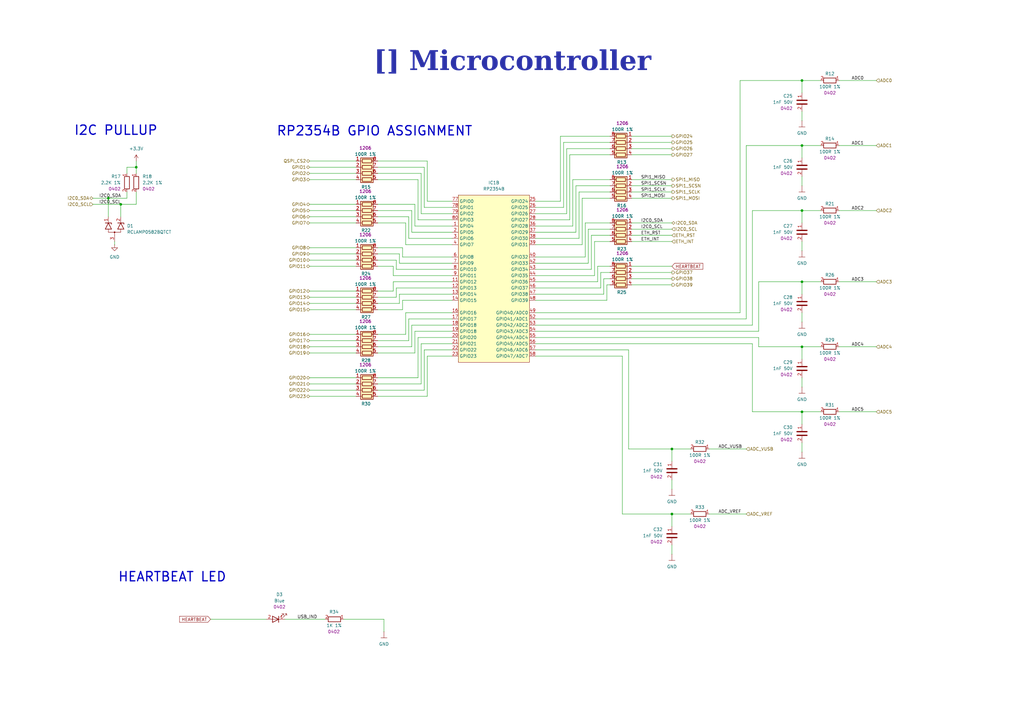
<source format=kicad_sch>
(kicad_sch (version 20250114) (generator "eeschema") (generator_version "9.0")
  (paper "A3")
  (title_block (title "Microcontroller") (date "2026-01-31") (rev "${REVISION}") (company "${COMPANY}"))
  (lib_symbols
    (symbol "DS_Capacitor_0402:1nF 50V 0402"
      (property "Reference" "C" (at 3.81 2.032 0))
      (property "Value" "1nF 50V" (at 3.81 0 0))
      (property "FOOTPRINT_SHORT" "0402" (at 3.81 -2.032 0))
      (symbol "1nF 50V 0402_1_1"
        (pin passive line (at 0 3.81 270) (length 2.794) (name "~") (number "1"))
        (pin passive line (at 0 -3.81 90) (length 2.794) (name "~") (number "2"))
      )
    )
    (symbol "DS_Diode:RCLAMP0582BQTCT"
      (property "Reference" "D" (at 5.588 1.778 0))
      (property "Value" "RCLAMP0582BQTCT" (at 5.588 -0.254 0))
      (symbol "RCLAMP0582BQTCT_0_1"
        (pin passive line (at 0 -5.08 90) (length 2.54) (name "A") (number "3"))
      )
      (symbol "RCLAMP0582BQTCT_1_1"
        (pin passive line (at -2.54 5.08 270) (length 2.54) (name "K1") (number "1"))
        (pin passive line (at 2.54 5.08 270) (length 2.54) (name "K2") (number "2"))
      )
    )
    (symbol "DS_Microcontroller:RP2354B"
      (property "Reference" "IC" (at 5.588 39.37 0))
      (property "Value" "RP2354B" (at 6.096 36.83 0))
      (symbol "RP2354B_1_1"
        (pin power_in line (at -16.51 31.75 0) (length 2.54) (name "IOVDD1") (number "5"))
        (pin power_in line (at -16.51 29.21 0) (length 2.54) (name "IOVDD2") (number "15"))
        (pin power_in line (at -16.51 26.67 0) (length 2.54) (name "IOVDD3") (number "24"))
        (pin power_in line (at -16.51 24.13 0) (length 2.54) (name "IOVDD4") (number "29"))
        (pin power_in line (at -16.51 21.59 0) (length 2.54) (name "IOVDD5") (number "41"))
        (pin power_in line (at -16.51 19.05 0) (length 2.54) (name "IOVDD6") (number "50"))
        (pin power_in line (at -16.51 16.51 0) (length 2.54) (name "IOVDD7") (number "60"))
        (pin power_in line (at -16.51 13.97 0) (length 2.54) (name "IOVDD8") (number "76"))
        (pin passive line (at -16.51 7.62 0) (length 2.54) (name "ADC_AVDD") (number "59"))
        (pin power_in line (at -16.51 5.08 0) (length 2.54) (name "VREG_AVDD") (number "61"))
        (pin power_in line (at -16.51 0 0) (length 2.54) (name "QSPI_IOVDD") (number "69"))
        (pin power_in line (at -16.51 -2.54 0) (length 2.54) (name "USB_OTP_VDD") (number "68"))
        (pin power_in line (at -16.51 -7.62 0) (length 2.54) (name "VREG_IN") (number "64"))
        (pin power_out line (at -16.51 -10.16 0) (length 2.54) (name "VREF_FB") (number "65"))
        (pin passive line (at -16.51 -12.7 0) (length 2.54) (name "VREG_LC") (number "63"))
        (pin power_in line (at -16.51 -17.78 0) (length 2.54) (name "DVDD1") (number "10"))
        (pin power_in line (at -16.51 -20.32 0) (length 2.54) (name "DVDD2") (number "32"))
        (pin power_in line (at -16.51 -22.86 0) (length 2.54) (name "DVDD3") (number "51"))
        (pin power_in line (at -16.51 -29.21 0) (length 2.54) (name "VREG_PGND") (number "62"))
        (pin power_in line (at -16.51 -31.75 0) (length 2.54) (name "GND") (number "81"))
        (pin input line (at 17.78 31.75 180) (length 2.54) (name "RUN") (number "35"))
        (pin passive line (at 17.78 19.05 180) (length 2.54) (name "USB_DM") (number "66"))
        (pin passive line (at 17.78 16.51 180) (length 2.54) (name "USB_DP") (number "67"))
        (pin passive line (at 17.78 10.16 180) (length 2.54) (name "SWDIO") (number "34"))
        (pin passive line (at 17.78 7.62 180) (length 2.54) (name "SWCLK") (number "33"))
        (pin passive line (at 17.78 0 180) (length 2.54) (name "XIN") (number "30"))
        (pin passive line (at 17.78 -2.54 180) (length 2.54) (name "XOUT") (number "31"))
        (pin passive line (at 17.78 -19.05 180) (length 2.54) (name "QSPI_SS") (number "75"))
        (pin passive line (at 17.78 -21.59 180) (length 2.54) (name "QSPI_SCLK") (number "71"))
        (pin passive line (at 17.78 -24.13 180) (length 2.54) (name "QSPI_SD0") (number "72"))
        (pin passive line (at 17.78 -26.67 180) (length 2.54) (name "QSPI_SD1") (number "74"))
        (pin passive line (at 17.78 -29.21 180) (length 2.54) (name "QSPI_SD2") (number "73"))
        (pin passive line (at 17.78 -31.75 180) (length 2.54) (name "QSPI_SD3") (number "70"))
      )
      (symbol "RP2354B_2_1"
        (pin bidirectional line (at -16.51 31.75 0) (length 2.54) (name "GPIO0") (number "77"))
        (pin bidirectional line (at -16.51 29.21 0) (length 2.54) (name "GPIO1") (number "78"))
        (pin bidirectional line (at -16.51 26.67 0) (length 2.54) (name "GPIO2") (number "79"))
        (pin bidirectional line (at -16.51 24.13 0) (length 2.54) (name "GPIO3") (number "80"))
        (pin bidirectional line (at -16.51 21.59 0) (length 2.54) (name "GPIO4") (number "1"))
        (pin bidirectional line (at -16.51 19.05 0) (length 2.54) (name "GPIO5") (number "2"))
        (pin bidirectional line (at -16.51 16.51 0) (length 2.54) (name "GPIO6") (number "3"))
        (pin bidirectional line (at -16.51 13.97 0) (length 2.54) (name "GPIO7") (number "4"))
        (pin bidirectional line (at -16.51 8.89 0) (length 2.54) (name "GPIO8") (number "6"))
        (pin bidirectional line (at -16.51 6.35 0) (length 2.54) (name "GPIO9") (number "7"))
        (pin bidirectional line (at -16.51 3.81 0) (length 2.54) (name "GPIO10") (number "8"))
        (pin bidirectional line (at -16.51 1.27 0) (length 2.54) (name "GPIO11") (number "9"))
        (pin bidirectional line (at -16.51 -1.27 0) (length 2.54) (name "GPIO12") (number "11"))
        (pin bidirectional line (at -16.51 -3.81 0) (length 2.54) (name "GPIO13") (number "12"))
        (pin bidirectional line (at -16.51 -6.35 0) (length 2.54) (name "GPIO14") (number "13"))
        (pin bidirectional line (at -16.51 -8.89 0) (length 2.54) (name "GPIO15") (number "14"))
        (pin bidirectional line (at -16.51 -13.97 0) (length 2.54) (name "GPIO16") (number "16"))
        (pin bidirectional line (at -16.51 -16.51 0) (length 2.54) (name "GPIO17") (number "17"))
        (pin bidirectional line (at -16.51 -19.05 0) (length 2.54) (name "GPIO18") (number "18"))
        (pin bidirectional line (at -16.51 -21.59 0) (length 2.54) (name "GPIO18") (number "19"))
        (pin bidirectional line (at -16.51 -24.13 0) (length 2.54) (name "GPIO20") (number "20"))
        (pin bidirectional line (at -16.51 -26.67 0) (length 2.54) (name "GPIO21") (number "21"))
        (pin bidirectional line (at -16.51 -29.21 0) (length 2.54) (name "GPIO22") (number "22"))
        (pin bidirectional line (at -16.51 -31.75 0) (length 2.54) (name "GPIO23") (number "23"))
        (pin bidirectional line (at 17.78 31.75 180) (length 2.54) (name "GPIO24") (number "25"))
        (pin bidirectional line (at 17.78 29.21 180) (length 2.54) (name "GPIO25") (number "26"))
        (pin bidirectional line (at 17.78 26.67 180) (length 2.54) (name "GPIO26") (number "27"))
        (pin bidirectional line (at 17.78 24.13 180) (length 2.54) (name "GPIO27") (number "28"))
        (pin bidirectional line (at 17.78 21.59 180) (length 2.54) (name "GPIO28") (number "36"))
        (pin bidirectional line (at 17.78 19.05 180) (length 2.54) (name "GPIO29") (number "37"))
        (pin bidirectional line (at 17.78 16.51 180) (length 2.54) (name "GPIO30") (number "38"))
        (pin bidirectional line (at 17.78 13.97 180) (length 2.54) (name "GPIO31") (number "39"))
        (pin bidirectional line (at 17.78 8.89 180) (length 2.54) (name "GPIO32") (number "40"))
        (pin bidirectional line (at 17.78 6.35 180) (length 2.54) (name "GPIO33") (number "42"))
        (pin bidirectional line (at 17.78 3.81 180) (length 2.54) (name "GPIO34") (number "43"))
        (pin bidirectional line (at 17.78 1.27 180) (length 2.54) (name "GPIO35") (number "44"))
        (pin bidirectional line (at 17.78 -1.27 180) (length 2.54) (name "GPIO36") (number "45"))
        (pin bidirectional line (at 17.78 -3.81 180) (length 2.54) (name "GPIO37") (number "46"))
        (pin bidirectional line (at 17.78 -6.35 180) (length 2.54) (name "GPIO38") (number "47"))
        (pin bidirectional line (at 17.78 -8.89 180) (length 2.54) (name "GPIO39") (number "48"))
        (pin bidirectional line (at 17.78 -13.97 180) (length 2.54) (name "GPIO40/ADC0") (number "49"))
        (pin bidirectional line (at 17.78 -16.51 180) (length 2.54) (name "GPIO41/ADC1") (number "52"))
        (pin bidirectional line (at 17.78 -19.05 180) (length 2.54) (name "GPIO42/ADC2") (number "53"))
        (pin bidirectional line (at 17.78 -21.59 180) (length 2.54) (name "GPIO43/ADC3") (number "54"))
        (pin bidirectional line (at 17.78 -24.13 180) (length 2.54) (name "GPIO44/ADC4") (number "55"))
        (pin bidirectional line (at 17.78 -26.67 180) (length 2.54) (name "GPIO45/ADC5") (number "56"))
        (pin bidirectional line (at 17.78 -29.21 180) (length 2.54) (name "GPIO46/ADC6") (number "57"))
        (pin bidirectional line (at 17.78 -31.75 180) (length 2.54) (name "GPIO47/ADC7") (number "58"))
      )
    )
    (symbol "DS_Opto:Blue 0402"
      (property "Reference" "D" (at -1.27 5.08 0))
      (property "Value" "Blue" (at -1.27 2.794 0))
      (property "Size" "0402" (at -1.016 -3.302 0))
      (symbol "Blue 0402_1_1"
        (pin passive line (at -3.81 0 0) (length 2.54) (name "") (number "1"))
        (pin passive line (at 3.81 0 180) (length 2.54) (name "") (number "2"))
      )
    )
    (symbol "DS_Resistor_0402:100R 1% 0402"
      (property "Reference" "R" (at 2.032 2.032 0))
      (property "Value" "100R 1%" (at 2.032 0 0))
      (property "FOOTPRINT_SHORT" "0402" (at 2.032 -2.032 0))
      (symbol "100R 1% 0402_1_1"
        (pin passive line (at 0 3.81 270) (length 1.27) (name "~") (number "1"))
        (pin passive line (at 0 -3.81 90) (length 1.27) (name "~") (number "2"))
      )
    )
    (symbol "DS_Resistor_0402:1K 1% 0402"
      (property "Reference" "R" (at 2.032 2.032 0))
      (property "Value" "1K 1%" (at 2.032 0 0))
      (property "FOOTPRINT_SHORT" "0402" (at 2.032 -2.032 0))
      (symbol "1K 1% 0402_1_1"
        (pin passive line (at 0 3.81 270) (length 1.27) (name "~") (number "1"))
        (pin passive line (at 0 -3.81 90) (length 1.27) (name "~") (number "2"))
      )
    )
    (symbol "DS_Resistor_0402:2.2K 1% 0402"
      (property "Reference" "R" (at 2.032 2.032 0))
      (property "Value" "2.2K 1%" (at 2.032 0 0))
      (property "FOOTPRINT_SHORT" "0402" (at 2.032 -2.032 0))
      (symbol "2.2K 1% 0402_1_1"
        (pin passive line (at 0 3.81 270) (length 1.27) (name "~") (number "1"))
        (pin passive line (at 0 -3.81 90) (length 1.27) (name "~") (number "2"))
      )
    )
    (symbol "DS_Resistor_1206:100R 1% ARRAY 1206"
      (property "Reference" "R" (at 6.096 2.794 0))
      (property "Value" "100R 1%" (at 6.096 0.762 0))
      (property "FOOTPRINT_SHORT" "1206" (at 6.096 -1.27 0))
      (symbol "100R 1% ARRAY 1206_1_1"
        (pin passive line (at -3.81 5.08 270) (length 2.54) (name "R12") (number "8"))
        (pin passive line (at -3.81 -3.81 90) (length 1.27) (name "R11") (number "1"))
        (pin passive line (at -1.27 5.08 270) (length 2.54) (name "R22") (number "7"))
        (pin passive line (at -1.27 -3.81 90) (length 1.27) (name "R12") (number "2"))
        (pin passive line (at 1.27 5.08 270) (length 2.54) (name "R23") (number "6"))
        (pin passive line (at 1.27 -3.81 90) (length 1.27) (name "R13") (number "3"))
        (pin passive line (at 3.81 5.08 270) (length 2.54) (name "R24") (number "5"))
        (pin passive line (at 3.81 -3.81 90) (length 1.27) (name "R14") (number "4"))
      )
    )
    (symbol "DS_Supply:GND" (power) (pin_numbers (hide yes)) (pin_names (offset 0) (hide yes))
      (property "Value" "GND" (at 0 -3.81 0))
      (symbol "GND_1_1"
        (pin power_in line (at 0 0 270) (length 0) (name "~") (number "1"))
      )
    )
    (symbol "power:+3.3V" (power) (pin_numbers (hide yes)) (pin_names (offset 0) (hide yes))
      (property "Value" "+3.3V" (at 0 3.556 0))
      (symbol "+3.3V_1_1"
        (pin power_in line (at 0 0 90) (length 0) (name "~") (number "1"))
      )
    )
    (symbol "power:GND" (power) (pin_numbers (hide yes)) (pin_names (offset 0) (hide yes))
      (property "Value" "GND" (at 0 -3.81 0))
      (symbol "GND_1_1"
        (pin power_in line (at 0 0 270) (length 0) (name "~") (number "1"))
      )
    )
  )
  (text "I2C PULLUP" (at 30.226 53.594 0) (effects (font (size 3.81 3.81) (thickness 0.508) (bold yes)) (justify left)))
  (text "HEARTBEAT LED" (at 48.26 236.728 0) (effects (font (size 3.81 3.81) (thickness 0.508) (bold yes)) (justify left)))
  (text "RP2354B GPIO ASSIGNMENT" (at 113.284 53.848 0) (effects (font (size 3.81 3.81) (thickness 0.508) (bold yes)) (justify left)))
  (text_box "[${#}] ${TITLE}" (at 12.7 19.05 0) (size 394.97 12.7) (margins 5.9999 5.9999 5.9999 5.9999) (stroke (width -0.0001)) (effects (font (size 8 8) (thickness 1.2) (bold yes))))
  (junction (at 328.93 59.69))
  (junction (at 328.93 86.36))
  (junction (at 275.59 210.82))
  (junction (at 328.93 142.24))
  (junction (at 55.88 68.58))
  (junction (at 44.45 81.28))
  (junction (at 49.53 83.82))
  (junction (at 328.93 33.02))
  (junction (at 275.59 184.15))
  (junction (at 328.93 168.91))
  (junction (at 328.93 115.57))
  (wire (pts (xy 328.93 185.42) (xy 328.93 181.61)))
  (wire (pts (xy 154.94 121.92) (xy 162.56 121.92)))
  (wire (pts (xy 236.22 76.2) (xy 236.22 95.25)))
  (wire (pts (xy 154.94 106.68) (xy 162.56 106.68)))
  (wire (pts (xy 38.1 83.82) (xy 49.53 83.82)))
  (wire (pts (xy 219.71 133.35) (xy 308.61 133.35)))
  (wire (pts (xy 109.22 254) (xy 86.36 254)))
  (wire (pts (xy 247.65 120.65) (xy 219.71 120.65)))
  (wire (pts (xy 328.93 115.57) (xy 328.93 120.65)))
  (wire (pts (xy 166.37 137.16) (xy 166.37 128.27)))
  (wire (pts (xy 157.48 254) (xy 157.48 259.08)))
  (wire (pts (xy 175.26 66.04) (xy 175.26 82.55)))
  (wire (pts (xy 232.41 87.63) (xy 219.71 87.63)))
  (wire (pts (xy 154.94 137.16) (xy 166.37 137.16)))
  (wire (pts (xy 171.45 138.43) (xy 185.42 138.43)))
  (wire (pts (xy 336.55 115.57) (xy 328.93 115.57)))
  (wire (pts (xy 166.37 91.44) (xy 166.37 100.33)))
  (wire (pts (xy 311.15 138.43) (xy 311.15 142.24)))
  (wire (pts (xy 240.03 91.44) (xy 240.03 105.41)))
  (wire (pts (xy 127 160.02) (xy 146.05 160.02)))
  (wire (pts (xy 166.37 100.33) (xy 185.42 100.33)))
  (wire (pts (xy 306.07 184.15) (xy 290.83 184.15)))
  (wire (pts (xy 168.91 142.24) (xy 168.91 133.35)))
  (wire (pts (xy 165.1 105.41) (xy 185.42 105.41)))
  (wire (pts (xy 237.49 78.74) (xy 237.49 97.79)))
  (wire (pts (xy 248.92 116.84) (xy 250.19 116.84)))
  (wire (pts (xy 52.07 68.58) (xy 55.88 68.58)))
  (wire (pts (xy 170.18 135.89) (xy 185.42 135.89)))
  (wire (pts (xy 127 106.68) (xy 146.05 106.68)))
  (wire (pts (xy 259.08 58.42) (xy 275.59 58.42)))
  (wire (pts (xy 55.88 78.74) (xy 55.88 83.82)))
  (wire (pts (xy 241.3 93.98) (xy 241.3 107.95)))
  (wire (pts (xy 250.19 76.2) (xy 236.22 76.2)))
  (wire (pts (xy 127 66.04) (xy 146.05 66.04)))
  (wire (pts (xy 234.95 73.66) (xy 234.95 92.71)))
  (wire (pts (xy 242.57 110.49) (xy 219.71 110.49)))
  (wire (pts (xy 171.45 90.17) (xy 185.42 90.17)))
  (wire (pts (xy 173.99 143.51) (xy 185.42 143.51)))
  (wire (pts (xy 127 142.24) (xy 146.05 142.24)))
  (wire (pts (xy 163.83 104.14) (xy 163.83 107.95)))
  (wire (pts (xy 359.41 33.02) (xy 344.17 33.02)))
  (wire (pts (xy 336.55 86.36) (xy 328.93 86.36)))
  (wire (pts (xy 303.53 128.27) (xy 303.53 33.02)))
  (wire (pts (xy 219.71 138.43) (xy 311.15 138.43)))
  (wire (pts (xy 231.14 85.09) (xy 219.71 85.09)))
  (wire (pts (xy 175.26 146.05) (xy 185.42 146.05)))
  (wire (pts (xy 52.07 71.12) (xy 52.07 68.58)))
  (wire (pts (xy 154.94 157.48) (xy 172.72 157.48)))
  (wire (pts (xy 328.93 76.2) (xy 328.93 72.39)))
  (wire (pts (xy 328.93 142.24) (xy 328.93 147.32)))
  (wire (pts (xy 172.72 87.63) (xy 185.42 87.63)))
  (wire (pts (xy 259.08 55.88) (xy 275.59 55.88)))
  (wire (pts (xy 154.94 66.04) (xy 175.26 66.04)))
  (wire (pts (xy 259.08 91.44) (xy 275.59 91.44)))
  (wire (pts (xy 116.84 254) (xy 133.35 254)))
  (wire (pts (xy 233.68 90.17) (xy 219.71 90.17)))
  (wire (pts (xy 154.94 144.78) (xy 170.18 144.78)))
  (wire (pts (xy 171.45 73.66) (xy 171.45 90.17)))
  (wire (pts (xy 127 101.6) (xy 146.05 101.6)))
  (wire (pts (xy 229.87 55.88) (xy 229.87 82.55)))
  (wire (pts (xy 44.45 81.28) (xy 44.45 88.9)))
  (wire (pts (xy 259.08 76.2) (xy 275.59 76.2)))
  (wire (pts (xy 167.64 97.79) (xy 185.42 97.79)))
  (wire (pts (xy 243.84 113.03) (xy 219.71 113.03)))
  (wire (pts (xy 275.59 184.15) (xy 275.59 189.23)))
  (wire (pts (xy 127 157.48) (xy 146.05 157.48)))
  (wire (pts (xy 172.72 157.48) (xy 172.72 140.97)))
  (wire (pts (xy 275.59 227.33) (xy 275.59 223.52)))
  (wire (pts (xy 238.76 81.28) (xy 238.76 100.33)))
  (wire (pts (xy 306.07 59.69) (xy 328.93 59.69)))
  (wire (pts (xy 165.1 123.19) (xy 185.42 123.19)))
  (wire (pts (xy 52.07 78.74) (xy 52.07 81.28)))
  (wire (pts (xy 170.18 83.82) (xy 170.18 92.71)))
  (wire (pts (xy 238.76 100.33) (xy 219.71 100.33)))
  (wire (pts (xy 245.11 109.22) (xy 250.19 109.22)))
  (wire (pts (xy 161.29 113.03) (xy 185.42 113.03)))
  (wire (pts (xy 259.08 81.28) (xy 275.59 81.28)))
  (wire (pts (xy 154.94 71.12) (xy 172.72 71.12)))
  (wire (pts (xy 246.38 111.76) (xy 250.19 111.76)))
  (wire (pts (xy 219.71 135.89) (xy 311.15 135.89)))
  (wire (pts (xy 336.55 33.02) (xy 328.93 33.02)))
  (wire (pts (xy 359.41 59.69) (xy 344.17 59.69)))
  (wire (pts (xy 259.08 109.22) (xy 275.59 109.22)))
  (wire (pts (xy 127 144.78) (xy 146.05 144.78)))
  (wire (pts (xy 154.94 154.94) (xy 171.45 154.94)))
  (wire (pts (xy 275.59 200.66) (xy 275.59 196.85)))
  (wire (pts (xy 283.21 210.82) (xy 275.59 210.82)))
  (wire (pts (xy 250.19 78.74) (xy 237.49 78.74)))
  (wire (pts (xy 171.45 154.94) (xy 171.45 138.43)))
  (wire (pts (xy 168.91 86.36) (xy 168.91 95.25)))
  (wire (pts (xy 165.1 127) (xy 165.1 123.19)))
  (wire (pts (xy 308.61 86.36) (xy 328.93 86.36)))
  (wire (pts (xy 306.07 130.81) (xy 306.07 59.69)))
  (wire (pts (xy 173.99 68.58) (xy 173.99 85.09)))
  (wire (pts (xy 219.71 143.51) (xy 257.81 143.51)))
  (wire (pts (xy 154.94 127) (xy 165.1 127)))
  (wire (pts (xy 154.94 160.02) (xy 173.99 160.02)))
  (wire (pts (xy 219.71 140.97) (xy 308.61 140.97)))
  (wire (pts (xy 328.93 132.08) (xy 328.93 128.27)))
  (wire (pts (xy 127 109.22) (xy 146.05 109.22)))
  (wire (pts (xy 173.99 160.02) (xy 173.99 143.51)))
  (wire (pts (xy 55.88 68.58) (xy 55.88 71.12)))
  (wire (pts (xy 154.94 88.9) (xy 167.64 88.9)))
  (wire (pts (xy 154.94 109.22) (xy 161.29 109.22)))
  (wire (pts (xy 255.27 210.82) (xy 275.59 210.82)))
  (wire (pts (xy 242.57 96.52) (xy 242.57 110.49)))
  (wire (pts (xy 154.94 68.58) (xy 173.99 68.58)))
  (wire (pts (xy 38.1 81.28) (xy 44.45 81.28)))
  (wire (pts (xy 127 137.16) (xy 146.05 137.16)))
  (wire (pts (xy 162.56 121.92) (xy 162.56 118.11)))
  (wire (pts (xy 336.55 168.91) (xy 328.93 168.91)))
  (wire (pts (xy 162.56 106.68) (xy 162.56 110.49)))
  (wire (pts (xy 328.93 158.75) (xy 328.93 154.94)))
  (wire (pts (xy 127 86.36) (xy 146.05 86.36)))
  (wire (pts (xy 127 83.82) (xy 146.05 83.82)))
  (wire (pts (xy 241.3 107.95) (xy 219.71 107.95)))
  (wire (pts (xy 306.07 210.82) (xy 290.83 210.82)))
  (wire (pts (xy 328.93 59.69) (xy 328.93 64.77)))
  (wire (pts (xy 247.65 114.3) (xy 247.65 120.65)))
  (wire (pts (xy 250.19 58.42) (xy 231.14 58.42)))
  (wire (pts (xy 229.87 82.55) (xy 219.71 82.55)))
  (wire (pts (xy 303.53 33.02) (xy 328.93 33.02)))
  (wire (pts (xy 163.83 124.46) (xy 163.83 120.65)))
  (wire (pts (xy 154.94 139.7) (xy 167.64 139.7)))
  (wire (pts (xy 127 71.12) (xy 146.05 71.12)))
  (wire (pts (xy 308.61 133.35) (xy 308.61 86.36)))
  (wire (pts (xy 259.08 114.3) (xy 275.59 114.3)))
  (wire (pts (xy 46.99 100.33) (xy 46.99 99.06)))
  (wire (pts (xy 168.91 133.35) (xy 185.42 133.35)))
  (wire (pts (xy 127 162.56) (xy 146.05 162.56)))
  (wire (pts (xy 163.83 107.95) (xy 185.42 107.95)))
  (wire (pts (xy 257.81 143.51) (xy 257.81 184.15)))
  (wire (pts (xy 259.08 60.96) (xy 275.59 60.96)))
  (wire (pts (xy 248.92 116.84) (xy 248.92 123.19)))
  (wire (pts (xy 259.08 93.98) (xy 275.59 93.98)))
  (wire (pts (xy 172.72 71.12) (xy 172.72 87.63)))
  (wire (pts (xy 328.93 86.36) (xy 328.93 91.44)))
  (wire (pts (xy 248.92 123.19) (xy 219.71 123.19)))
  (wire (pts (xy 308.61 168.91) (xy 328.93 168.91)))
  (wire (pts (xy 167.64 130.81) (xy 185.42 130.81)))
  (wire (pts (xy 237.49 97.79) (xy 219.71 97.79)))
  (wire (pts (xy 311.15 135.89) (xy 311.15 115.57)))
  (wire (pts (xy 49.53 83.82) (xy 55.88 83.82)))
  (wire (pts (xy 173.99 85.09) (xy 185.42 85.09)))
  (wire (pts (xy 127 68.58) (xy 146.05 68.58)))
  (wire (pts (xy 259.08 116.84) (xy 275.59 116.84)))
  (wire (pts (xy 259.08 78.74) (xy 275.59 78.74)))
  (wire (pts (xy 154.94 162.56) (xy 175.26 162.56)))
  (wire (pts (xy 154.94 73.66) (xy 171.45 73.66)))
  (wire (pts (xy 240.03 105.41) (xy 219.71 105.41)))
  (wire (pts (xy 250.19 60.96) (xy 232.41 60.96)))
  (wire (pts (xy 170.18 144.78) (xy 170.18 135.89)))
  (wire (pts (xy 336.55 142.24) (xy 328.93 142.24)))
  (wire (pts (xy 167.64 88.9) (xy 167.64 97.79)))
  (wire (pts (xy 308.61 140.97) (xy 308.61 168.91)))
  (wire (pts (xy 259.08 111.76) (xy 275.59 111.76)))
  (wire (pts (xy 328.93 102.87) (xy 328.93 99.06)))
  (wire (pts (xy 259.08 63.5) (xy 275.59 63.5)))
  (wire (pts (xy 250.19 96.52) (xy 242.57 96.52)))
  (wire (pts (xy 243.84 99.06) (xy 243.84 113.03)))
  (wire (pts (xy 161.29 119.38) (xy 154.94 119.38)))
  (wire (pts (xy 49.53 83.82) (xy 49.53 88.9)))
  (wire (pts (xy 127 73.66) (xy 146.05 73.66)))
  (wire (pts (xy 255.27 146.05) (xy 219.71 146.05)))
  (wire (pts (xy 250.19 73.66) (xy 234.95 73.66)))
  (wire (pts (xy 154.94 101.6) (xy 165.1 101.6)))
  (wire (pts (xy 127 91.44) (xy 146.05 91.44)))
  (wire (pts (xy 359.41 115.57) (xy 344.17 115.57)))
  (wire (pts (xy 154.94 91.44) (xy 166.37 91.44)))
  (wire (pts (xy 219.71 128.27) (xy 303.53 128.27)))
  (wire (pts (xy 55.88 66.04) (xy 55.88 68.58)))
  (wire (pts (xy 163.83 120.65) (xy 185.42 120.65)))
  (wire (pts (xy 140.97 254) (xy 157.48 254)))
  (wire (pts (xy 168.91 95.25) (xy 185.42 95.25)))
  (wire (pts (xy 127 124.46) (xy 146.05 124.46)))
  (wire (pts (xy 170.18 92.71) (xy 185.42 92.71)))
  (wire (pts (xy 127 127) (xy 146.05 127)))
  (wire (pts (xy 359.41 142.24) (xy 344.17 142.24)))
  (wire (pts (xy 246.38 118.11) (xy 219.71 118.11)))
  (wire (pts (xy 259.08 96.52) (xy 275.59 96.52)))
  (wire (pts (xy 311.15 142.24) (xy 328.93 142.24)))
  (wire (pts (xy 247.65 114.3) (xy 250.19 114.3)))
  (wire (pts (xy 234.95 92.71) (xy 219.71 92.71)))
  (wire (pts (xy 127 88.9) (xy 146.05 88.9)))
  (wire (pts (xy 250.19 91.44) (xy 240.03 91.44)))
  (wire (pts (xy 336.55 59.69) (xy 328.93 59.69)))
  (wire (pts (xy 250.19 99.06) (xy 243.84 99.06)))
  (wire (pts (xy 359.41 86.36) (xy 344.17 86.36)))
  (wire (pts (xy 175.26 82.55) (xy 185.42 82.55)))
  (wire (pts (xy 236.22 95.25) (xy 219.71 95.25)))
  (wire (pts (xy 161.29 115.57) (xy 185.42 115.57)))
  (wire (pts (xy 44.45 81.28) (xy 52.07 81.28)))
  (wire (pts (xy 127 154.94) (xy 146.05 154.94)))
  (wire (pts (xy 328.93 49.53) (xy 328.93 45.72)))
  (wire (pts (xy 231.14 58.42) (xy 231.14 85.09)))
  (wire (pts (xy 257.81 184.15) (xy 275.59 184.15)))
  (wire (pts (xy 154.94 142.24) (xy 168.91 142.24)))
  (wire (pts (xy 172.72 140.97) (xy 185.42 140.97)))
  (wire (pts (xy 359.41 168.91) (xy 344.17 168.91)))
  (wire (pts (xy 154.94 83.82) (xy 170.18 83.82)))
  (wire (pts (xy 259.08 99.06) (xy 275.59 99.06)))
  (wire (pts (xy 161.29 109.22) (xy 161.29 113.03)))
  (wire (pts (xy 167.64 139.7) (xy 167.64 130.81)))
  (wire (pts (xy 245.11 109.22) (xy 245.11 115.57)))
  (wire (pts (xy 250.19 93.98) (xy 241.3 93.98)))
  (wire (pts (xy 233.68 63.5) (xy 233.68 90.17)))
  (wire (pts (xy 127 139.7) (xy 146.05 139.7)))
  (wire (pts (xy 219.71 130.81) (xy 306.07 130.81)))
  (wire (pts (xy 154.94 86.36) (xy 168.91 86.36)))
  (wire (pts (xy 250.19 81.28) (xy 238.76 81.28)))
  (wire (pts (xy 166.37 128.27) (xy 185.42 128.27)))
  (wire (pts (xy 255.27 210.82) (xy 255.27 146.05)))
  (wire (pts (xy 246.38 111.76) (xy 246.38 118.11)))
  (wire (pts (xy 154.94 124.46) (xy 163.83 124.46)))
  (wire (pts (xy 175.26 162.56) (xy 175.26 146.05)))
  (wire (pts (xy 328.93 33.02) (xy 328.93 38.1)))
  (wire (pts (xy 328.93 168.91) (xy 328.93 173.99)))
  (wire (pts (xy 250.19 55.88) (xy 229.87 55.88)))
  (wire (pts (xy 232.41 60.96) (xy 232.41 87.63)))
  (wire (pts (xy 165.1 101.6) (xy 165.1 105.41)))
  (wire (pts (xy 127 104.14) (xy 146.05 104.14)))
  (wire (pts (xy 275.59 210.82) (xy 275.59 215.9)))
  (wire (pts (xy 311.15 115.57) (xy 328.93 115.57)))
  (wire (pts (xy 127 121.92) (xy 146.05 121.92)))
  (wire (pts (xy 245.11 115.57) (xy 219.71 115.57)))
  (wire (pts (xy 250.19 63.5) (xy 233.68 63.5)))
  (wire (pts (xy 283.21 184.15) (xy 275.59 184.15)))
  (wire (pts (xy 154.94 104.14) (xy 163.83 104.14)))
  (wire (pts (xy 162.56 118.11) (xy 185.42 118.11)))
  (wire (pts (xy 259.08 73.66) (xy 275.59 73.66)))
  (wire (pts (xy 162.56 110.49) (xy 185.42 110.49)))
  (wire (pts (xy 127 119.38) (xy 146.05 119.38)))
  (wire (pts (xy 161.29 115.57) (xy 161.29 119.38)))
  (label "USB_IND" (at 121.92 254 0))
  (label "ETH_RST" (at 262.89 96.52 0))
  (label "ADC1" (at 349.25 59.69 0))
  (label "I2C0_SCL" (at 40.64 83.82 0))
  (label "I2C0_SDA" (at 262.89 91.44 0))
  (label "ADC_VREF" (at 294.64 210.82 0))
  (label "ADC4" (at 349.25 142.24 0))
  (label "SPI1_MOSI" (at 262.89 81.28 0))
  (label "SPI1_SCSN" (at 262.89 76.2 0))
  (label "SPI1_SCLK" (at 262.89 78.74 0))
  (label "SPI1_MISO" (at 262.89 73.66 0))
  (label "ADC3" (at 349.25 115.57 0))
  (label "I2C0_SDA" (at 40.64 81.28 0))
  (label "ADC0" (at 349.25 33.02 0))
  (label "ADC_VUSB" (at 294.64 184.15 0))
  (label "ADC5" (at 349.25 168.91 0))
  (label "I2C0_SCL" (at 262.89 93.98 0))
  (label "ADC2" (at 349.25 86.36 0))
  (label "ETH_INT" (at 262.89 99.06 0))
  (global_label "HEARTBEAT" (shape input) (at 275.59 109.22 0) (property "Intersheetrefs" "${INTERSHEET_REFS}" (effects (hide yes))))
  (global_label "HEARTBEAT" (shape input) (at 86.36 254 180) (property "Intersheetrefs" "${INTERSHEET_REFS}" (effects (hide yes))))
  (hierarchical_label "GPIO27" (shape output) (at 275.59 63.5 0))
  (hierarchical_label "GPIO26" (shape output) (at 275.59 60.96 0))
  (hierarchical_label "I2C0_SCL" (shape input) (at 38.1 83.82 180))
  (hierarchical_label "I2C0_SDA" (shape bidirectional) (at 38.1 81.28 180))
  (hierarchical_label "GPIO19" (shape bidirectional) (at 127 144.78 180))
  (hierarchical_label "I2C0_SDA" (shape bidirectional) (at 275.59 91.44 0))
  (hierarchical_label "ETH_RST" (shape input) (at 275.59 96.52 0))
  (hierarchical_label "GPIO12" (shape bidirectional) (at 127 119.38 180))
  (hierarchical_label "GPIO39" (shape output) (at 275.59 116.84 0))
  (hierarchical_label "GPIO10" (shape bidirectional) (at 127 106.68 180))
  (hierarchical_label "GPIO6" (shape bidirectional) (at 127 88.9 180))
  (hierarchical_label "GPIO23" (shape bidirectional) (at 127 162.56 180))
  (hierarchical_label "GPIO8" (shape bidirectional) (at 127 101.6 180))
  (hierarchical_label "GPIO16" (shape bidirectional) (at 127 137.16 180))
  (hierarchical_label "GPIO1" (shape bidirectional) (at 127 68.58 180))
  (hierarchical_label "I2C0_SCL" (shape input) (at 275.59 93.98 0))
  (hierarchical_label "GPIO3" (shape bidirectional) (at 127 73.66 180))
  (hierarchical_label "ADC2" (shape input) (at 359.41 86.36 0))
  (hierarchical_label "ADC1" (shape input) (at 359.41 59.69 0))
  (hierarchical_label "ETH_INT" (shape input) (at 275.59 99.06 0))
  (hierarchical_label "GPIO18" (shape bidirectional) (at 127 142.24 180))
  (hierarchical_label "GPIO2" (shape bidirectional) (at 127 71.12 180))
  (hierarchical_label "ADC3" (shape input) (at 359.41 115.57 0))
  (hierarchical_label "GPIO14" (shape bidirectional) (at 127 124.46 180))
  (hierarchical_label "SPI1_MISO" (shape output) (at 275.59 73.66 0))
  (hierarchical_label "GPIO25" (shape output) (at 275.59 58.42 0))
  (hierarchical_label "GPIO5" (shape bidirectional) (at 127 86.36 180))
  (hierarchical_label "ADC0" (shape input) (at 359.41 33.02 0))
  (hierarchical_label "GPIO20" (shape bidirectional) (at 127 154.94 180))
  (hierarchical_label "QSPI_CS2" (shape bidirectional) (at 127 66.04 180))
  (hierarchical_label "GPIO17" (shape bidirectional) (at 127 139.7 180))
  (hierarchical_label "GPIO15" (shape bidirectional) (at 127 127 180))
  (hierarchical_label "GPIO38" (shape output) (at 275.59 114.3 0))
  (hierarchical_label "ADC5" (shape input) (at 359.41 168.91 0))
  (hierarchical_label "ADC4" (shape input) (at 359.41 142.24 0))
  (hierarchical_label "GPIO4" (shape bidirectional) (at 127 83.82 180))
  (hierarchical_label "GPIO9" (shape bidirectional) (at 127 104.14 180))
  (hierarchical_label "GPIO13" (shape bidirectional) (at 127 121.92 180))
  (hierarchical_label "GPIO21" (shape bidirectional) (at 127 157.48 180))
  (hierarchical_label "ADC_VREF" (shape input) (at 306.07 210.82 0))
  (hierarchical_label "GPIO24" (shape output) (at 275.59 55.88 0))
  (hierarchical_label "SPI1_SCSN" (shape output) (at 275.59 76.2 0))
  (hierarchical_label "GPIO22" (shape bidirectional) (at 127 160.02 180))
  (hierarchical_label "SPI1_SCLK" (shape output) (at 275.59 78.74 0))
  (hierarchical_label "ADC_VUSB" (shape input) (at 306.07 184.15 0))
  (hierarchical_label "GPIO7" (shape bidirectional) (at 127 91.44 180))
  (hierarchical_label "GPIO11" (shape bidirectional) (at 127 109.22 180))
  (hierarchical_label "SPI1_MOSI" (shape output) (at 275.59 81.28 0))
  (hierarchical_label "GPIO37" (shape output) (at 275.59 111.76 0))
  (symbol (lib_id "DS_Resistor_0402:100R 1% 0402") (at 287.02 210.82 270) (mirror x) (unit 1)
    (property "Reference" "R33" (at 287.02 208.026 90))
    (property "Value" "100R 1%" (at 287.02 213.36 90))
    (property "Footprint" "Resistor_SMD:R_0402_1005Metric" (effects (hide yes)))
    (property "Description" "62.5mW Thick Film Resistors 50V ±1% ±200ppm/℃ 100Ω 0402 Chip Resistor - Surface Mount ROHS" (effects (hide yes)))
    (property "LCSC_PART" "C25076" (effects (hide yes)))
    (property "ROHS" "YES" (effects (hide yes)))
    (property "FOOTPRINT_SHORT" "0402" (at 287.02 215.9 90))
  )
  (symbol (lib_id "DS_Diode:RCLAMP0582BQTCT") (at 46.99 93.98 0) (unit 1)
    (property "Reference" "D1" (at 52.07 92.6464 0) (effects (justify left)))
    (property "Value" "RCLAMP0582BQTCT" (at 52.07 95.1864 0) (effects (justify left)))
    (property "Footprint" "DS_Diode:SOT-416" (effects (hide yes)))
    (property "Datasheet" "https://semtech.my.salesforce.com/sfc/p/#E0000000JelG/a/440000001Lzx/0M5l0VFdFhBLS7TSRfd1I2V77GSkvtksC9b.1bnFtjQ" (effects (hide yes)))
    (property "Description" "20V Clamp 15A (8/20µs) Ipp Tvs Diode Surface Mount SC-75 (SOT523)" (effects (hide yes)))
    (property "MPN" "RCLAMP0582BQTCT" (effects (hide yes)))
    (property "MFR" "Semtech Corporation" (effects (hide yes)))
    (property "ROHS" "YES" (effects (hide yes)))
    (property "LCSC_PART" "C841193" (effects (hide yes)))
    (property "LCSC_PRICE" "EUR 0.6770" (effects (hide yes)))
    (property "DIST1" "https://www.digikey.at/en/products/detail/semtech-corporation/rclamp0582bqtct/4626645" (effects (hide yes)))
    (property "PPU1" "EUR 1.79000 DIGI" (effects (hide yes)))
  )
  (symbol (lib_id "DS_Resistor_0402:100R 1% 0402") (at 340.36 59.69 270) (mirror x) (unit 1)
    (property "Reference" "R14" (at 340.36 56.896 90))
    (property "Value" "100R 1%" (at 340.36 62.23 90))
    (property "Footprint" "Resistor_SMD:R_0402_1005Metric" (effects (hide yes)))
    (property "Description" "62.5mW Thick Film Resistors 50V ±1% ±200ppm/℃ 100Ω 0402 Chip Resistor - Surface Mount ROHS" (effects (hide yes)))
    (property "LCSC_PART" "C25076" (effects (hide yes)))
    (property "ROHS" "YES" (effects (hide yes)))
    (property "FOOTPRINT_SHORT" "0402" (at 340.36 64.77 90))
  )
  (symbol (lib_id "DS_Resistor_1206:100R 1% ARRAY 1206") (at 149.86 87.63 270) (unit 1)
    (property "Reference" "R22" (at 150.114 94.488 90))
    (property "Value" "100R 1%" (at 149.86 81.026 90))
    (property "Footprint" "Resistor_SMD:R_Array_Convex_4x0603" (effects (hide yes)))
    (property "Datasheet" "https://jlcpcb.com/api/file/downloadByFileSystemAccessId/8588884044750180352" (effects (hide yes)))
    (property "Description" "100Ω 4 62.5mW 8 ±1% ±200ppm/°C 0603x4 Resistor Networks, Arrays ROHS" (effects (hide yes)))
    (property "LCSC_PART" "C136838" (effects (hide yes)))
    (property "LCSC_PRICE" "EUR 0.0092" (effects (hide yes)))
    (property "ROHS" "YES" (effects (hide yes)))
    (property "FOOTPRINT_SHORT" "1206" (at 149.86 78.486 90))
    (property "MFR" "YAGEO" (effects (hide yes)))
    (property "MPN" "YC164-FR-07100RL" (effects (hide yes)))
  )
  (symbol (lib_id "power:GND") (at 46.99 100.33 0) (unit 1)
    (property "Reference" "#PWR049" (effects (hide yes)))
    (property "Value" "GND" (at 46.99 105.41 0))
    (property "Description" "Power symbol creates a global label with name \"GND\" , ground" (effects (hide yes)))
  )
  (symbol (lib_id "DS_Resistor_1206:100R 1% ARRAY 1206") (at 255.27 95.25 90) (mirror x) (unit 1)
    (property "Reference" "R23" (at 255.016 102.108 90))
    (property "Value" "100R 1%" (at 255.27 88.646 90))
    (property "Footprint" "Resistor_SMD:R_Array_Convex_4x0603" (effects (hide yes)))
    (property "Datasheet" "https://jlcpcb.com/api/file/downloadByFileSystemAccessId/8588884044750180352" (effects (hide yes)))
    (property "Description" "100Ω 4 62.5mW 8 ±1% ±200ppm/°C 0603x4 Resistor Networks, Arrays ROHS" (effects (hide yes)))
    (property "LCSC_PART" "C136838" (effects (hide yes)))
    (property "LCSC_PRICE" "EUR 0.0092" (effects (hide yes)))
    (property "ROHS" "YES" (effects (hide yes)))
    (property "FOOTPRINT_SHORT" "1206" (at 255.27 86.106 90))
    (property "MFR" "YAGEO" (effects (hide yes)))
    (property "MPN" "YC164-FR-07100RL" (effects (hide yes)))
  )
  (symbol (lib_id "DS_Supply:GND") (at 328.93 185.42 0) (unit 1)
    (property "Reference" "#PWR053" (effects (hide yes)))
    (property "Value" "GND" (at 328.93 190.5 0))
    (property "Description" "Power symbol creates a global label with name \"GND\" , ground" (effects (hide yes)))
  )
  (symbol (lib_id "DS_Resistor_1206:100R 1% ARRAY 1206") (at 255.27 77.47 90) (mirror x) (unit 1)
    (property "Reference" "R16" (at 255.016 84.328 90))
    (property "Value" "100R 1%" (at 255.27 70.866 90))
    (property "Footprint" "Resistor_SMD:R_Array_Convex_4x0603" (effects (hide yes)))
    (property "Datasheet" "https://jlcpcb.com/api/file/downloadByFileSystemAccessId/8588884044750180352" (effects (hide yes)))
    (property "Description" "100Ω 4 62.5mW 8 ±1% ±200ppm/°C 0603x4 Resistor Networks, Arrays ROHS" (effects (hide yes)))
    (property "LCSC_PART" "C136838" (effects (hide yes)))
    (property "LCSC_PRICE" "EUR 0.0092" (effects (hide yes)))
    (property "ROHS" "YES" (effects (hide yes)))
    (property "FOOTPRINT_SHORT" "1206" (at 255.27 68.326 90))
    (property "MFR" "YAGEO" (effects (hide yes)))
    (property "MPN" "YC164-FR-07100RL" (effects (hide yes)))
  )
  (symbol (lib_id "DS_Resistor_1206:100R 1% ARRAY 1206") (at 149.86 158.75 270) (unit 1)
    (property "Reference" "R30" (at 150.114 165.608 90))
    (property "Value" "100R 1%" (at 149.86 152.146 90))
    (property "Footprint" "Resistor_SMD:R_Array_Convex_4x0603" (effects (hide yes)))
    (property "Datasheet" "https://jlcpcb.com/api/file/downloadByFileSystemAccessId/8588884044750180352" (effects (hide yes)))
    (property "Description" "100Ω 4 62.5mW 8 ±1% ±200ppm/°C 0603x4 Resistor Networks, Arrays ROHS" (effects (hide yes)))
    (property "LCSC_PART" "C136838" (effects (hide yes)))
    (property "LCSC_PRICE" "EUR 0.0092" (effects (hide yes)))
    (property "ROHS" "YES" (effects (hide yes)))
    (property "FOOTPRINT_SHORT" "1206" (at 149.86 149.606 90))
    (property "MFR" "YAGEO" (effects (hide yes)))
    (property "MPN" "YC164-FR-07100RL" (effects (hide yes)))
  )
  (symbol (lib_id "DS_Resistor_1206:100R 1% ARRAY 1206") (at 255.27 59.69 90) (mirror x) (unit 1)
    (property "Reference" "R13" (at 255.016 66.548 90))
    (property "Value" "100R 1%" (at 255.27 53.086 90))
    (property "Footprint" "Resistor_SMD:R_Array_Convex_4x0603" (effects (hide yes)))
    (property "Datasheet" "https://jlcpcb.com/api/file/downloadByFileSystemAccessId/8588884044750180352" (effects (hide yes)))
    (property "Description" "100Ω 4 62.5mW 8 ±1% ±200ppm/°C 0603x4 Resistor Networks, Arrays ROHS" (effects (hide yes)))
    (property "LCSC_PART" "C136838" (effects (hide yes)))
    (property "LCSC_PRICE" "EUR 0.0092" (effects (hide yes)))
    (property "ROHS" "YES" (effects (hide yes)))
    (property "FOOTPRINT_SHORT" "1206" (at 255.27 50.546 90))
    (property "MFR" "YAGEO" (effects (hide yes)))
    (property "MPN" "YC164-FR-07100RL" (effects (hide yes)))
  )
  (symbol (lib_id "DS_Capacitor_0402:1nF 50V 0402") (at 328.93 95.25 0) (unit 1)
    (property "Reference" "C27" (at 325.12 92.7099 0) (effects (justify right)))
    (property "Value" "1nF 50V" (at 325.12 95.2499 0) (effects (justify right)))
    (property "Footprint" "Capacitor_SMD:C_0402_1005Metric" (effects (hide yes)))
    (property "Description" "50V 1nF X7R ±10% 0402 Multilayer Ceramic Capacitors MLCC - SMD/SMT ROHS" (effects (hide yes)))
    (property "FOOTPRINT_SHORT" "0402" (at 325.12 97.7899 0) (effects (justify right)))
    (property "ROHS" "YES" (effects (hide yes)))
    (property "LCSC_PART" "C14442" (effects (hide yes)))
  )
  (symbol (lib_id "DS_Resistor_1206:100R 1% ARRAY 1206") (at 149.86 69.85 270) (unit 1)
    (property "Reference" "R15" (at 150.114 76.708 90))
    (property "Value" "100R 1%" (at 149.86 63.246 90))
    (property "Footprint" "Resistor_SMD:R_Array_Convex_4x0603" (effects (hide yes)))
    (property "Datasheet" "https://jlcpcb.com/api/file/downloadByFileSystemAccessId/8588884044750180352" (effects (hide yes)))
    (property "Description" "100Ω 4 62.5mW 8 ±1% ±200ppm/°C 0603x4 Resistor Networks, Arrays ROHS" (effects (hide yes)))
    (property "LCSC_PART" "C136838" (effects (hide yes)))
    (property "LCSC_PRICE" "EUR 0.0092" (effects (hide yes)))
    (property "ROHS" "YES" (effects (hide yes)))
    (property "FOOTPRINT_SHORT" "1206" (at 149.86 60.706 90))
    (property "MFR" "YAGEO" (effects (hide yes)))
    (property "MPN" "YC164-FR-07100RL" (effects (hide yes)))
  )
  (symbol (lib_id "DS_Supply:GND") (at 328.93 132.08 0) (unit 1)
    (property "Reference" "#PWR051" (effects (hide yes)))
    (property "Value" "GND" (at 328.93 137.16 0))
    (property "Description" "Power symbol creates a global label with name \"GND\" , ground" (effects (hide yes)))
  )
  (symbol (lib_id "DS_Capacitor_0402:1nF 50V 0402") (at 328.93 177.8 0) (unit 1)
    (property "Reference" "C30" (at 325.12 175.2599 0) (effects (justify right)))
    (property "Value" "1nF 50V" (at 325.12 177.7999 0) (effects (justify right)))
    (property "Footprint" "Capacitor_SMD:C_0402_1005Metric" (effects (hide yes)))
    (property "Description" "50V 1nF X7R ±10% 0402 Multilayer Ceramic Capacitors MLCC - SMD/SMT ROHS" (effects (hide yes)))
    (property "FOOTPRINT_SHORT" "0402" (at 325.12 180.3399 0) (effects (justify right)))
    (property "ROHS" "YES" (effects (hide yes)))
    (property "LCSC_PART" "C14442" (effects (hide yes)))
  )
  (symbol (lib_id "DS_Capacitor_0402:1nF 50V 0402") (at 328.93 68.58 0) (unit 1)
    (property "Reference" "C26" (at 325.12 66.0399 0) (effects (justify right)))
    (property "Value" "1nF 50V" (at 325.12 68.5799 0) (effects (justify right)))
    (property "Footprint" "Capacitor_SMD:C_0402_1005Metric" (effects (hide yes)))
    (property "Description" "50V 1nF X7R ±10% 0402 Multilayer Ceramic Capacitors MLCC - SMD/SMT ROHS" (effects (hide yes)))
    (property "FOOTPRINT_SHORT" "0402" (at 325.12 71.1199 0) (effects (justify right)))
    (property "ROHS" "YES" (effects (hide yes)))
    (property "LCSC_PART" "C14442" (effects (hide yes)))
  )
  (symbol (lib_id "DS_Capacitor_0402:1nF 50V 0402") (at 328.93 41.91 0) (unit 1)
    (property "Reference" "C25" (at 325.12 39.3699 0) (effects (justify right)))
    (property "Value" "1nF 50V" (at 325.12 41.9099 0) (effects (justify right)))
    (property "Footprint" "Capacitor_SMD:C_0402_1005Metric" (effects (hide yes)))
    (property "Description" "50V 1nF X7R ±10% 0402 Multilayer Ceramic Capacitors MLCC - SMD/SMT ROHS" (effects (hide yes)))
    (property "FOOTPRINT_SHORT" "0402" (at 325.12 44.4499 0) (effects (justify right)))
    (property "ROHS" "YES" (effects (hide yes)))
    (property "LCSC_PART" "C14442" (effects (hide yes)))
  )
  (symbol (lib_id "power:+3.3V") (at 55.88 66.04 0) (unit 1)
    (property "Reference" "#PWR045" (effects (hide yes)))
    (property "Value" "+3.3V" (at 55.88 60.96 0))
    (property "Description" "Power symbol creates a global label with name \"+3.3V\"" (effects (hide yes)))
  )
  (symbol (lib_id "DS_Resistor_0402:1K 1% 0402") (at 137.16 254 270) (unit 1)
    (property "Reference" "R34" (at 138.938 250.952 90) (effects (justify right)))
    (property "Value" "1K 1%" (at 140.208 256.54 90) (effects (justify right)))
    (property "Footprint" "Resistor_SMD:R_0402_1005Metric" (effects (hide yes)))
    (property "Description" "62.5mW Thick Film Resistors 50V ±100ppm/℃ ±1% 1kΩ 0402 Chip Resistor - Surface Mount ROHS" (effects (hide yes)))
    (property "LCSC_PART" "C11702" (effects (hide yes)))
    (property "ROHS" "YES" (effects (hide yes)))
    (property "FOOTPRINT_SHORT" "0402" (at 139.446 259.08 90) (effects (justify right)))
    (property "MFR" "FH" (effects (hide yes)))
  )
  (symbol (lib_id "DS_Capacitor_0402:1nF 50V 0402") (at 275.59 193.04 0) (unit 1)
    (property "Reference" "C31" (at 271.78 190.4999 0) (effects (justify right)))
    (property "Value" "1nF 50V" (at 271.78 193.0399 0) (effects (justify right)))
    (property "Footprint" "Capacitor_SMD:C_0402_1005Metric" (effects (hide yes)))
    (property "Description" "50V 1nF X7R ±10% 0402 Multilayer Ceramic Capacitors MLCC - SMD/SMT ROHS" (effects (hide yes)))
    (property "FOOTPRINT_SHORT" "0402" (at 271.78 195.5799 0) (effects (justify right)))
    (property "ROHS" "YES" (effects (hide yes)))
    (property "LCSC_PART" "C14442" (effects (hide yes)))
  )
  (symbol (lib_id "DS_Supply:GND") (at 328.93 102.87 0) (unit 1)
    (property "Reference" "#PWR048" (effects (hide yes)))
    (property "Value" "GND" (at 328.93 107.95 0))
    (property "Description" "Power symbol creates a global label with name \"GND\" , ground" (effects (hide yes)))
  )
  (symbol (lib_id "DS_Supply:GND") (at 328.93 76.2 0) (unit 1)
    (property "Reference" "#PWR047" (effects (hide yes)))
    (property "Value" "GND" (at 328.93 81.28 0))
    (property "Description" "Power symbol creates a global label with name \"GND\" , ground" (effects (hide yes)))
  )
  (symbol (lib_id "DS_Resistor_1206:100R 1% ARRAY 1206") (at 255.27 113.03 90) (mirror x) (unit 1)
    (property "Reference" "R25" (at 255.016 119.888 90))
    (property "Value" "100R 1%" (at 255.27 106.426 90))
    (property "Footprint" "Resistor_SMD:R_Array_Convex_4x0603" (effects (hide yes)))
    (property "Datasheet" "https://jlcpcb.com/api/file/downloadByFileSystemAccessId/8588884044750180352" (effects (hide yes)))
    (property "Description" "100Ω 4 62.5mW 8 ±1% ±200ppm/°C 0603x4 Resistor Networks, Arrays ROHS" (effects (hide yes)))
    (property "LCSC_PART" "C136838" (effects (hide yes)))
    (property "LCSC_PRICE" "EUR 0.0092" (effects (hide yes)))
    (property "ROHS" "YES" (effects (hide yes)))
    (property "FOOTPRINT_SHORT" "1206" (at 255.27 103.886 90))
    (property "MFR" "YAGEO" (effects (hide yes)))
    (property "MPN" "YC164-FR-07100RL" (effects (hide yes)))
  )
  (symbol (lib_id "DS_Resistor_0402:2.2K 1% 0402") (at 55.88 74.93 0) (unit 1)
    (property "Reference" "R18" (at 58.42 72.3899 0) (effects (justify left)))
    (property "Value" "2.2K 1%" (at 58.42 74.9299 0) (effects (justify left)))
    (property "Footprint" "Resistor_SMD:R_0402_1005Metric" (effects (hide yes)))
    (property "Description" "62.5mW Thick Film Resistors 50V ±100ppm/℃ ±1% 2.2kΩ 0402 Chip Resistor - Surface Mount ROHS" (effects (hide yes)))
    (property "LCSC_PART" "C25879" (effects (hide yes)))
    (property "ROHS" "YES" (effects (hide yes)))
    (property "FOOTPRINT_SHORT" "0402" (at 58.42 77.4699 0) (effects (justify left)))
  )
  (symbol (lib_id "DS_Microcontroller:RP2354B") (at 201.93 114.3 0) (unit 2)
    (property "Reference" "IC1" (at 202.565 74.93 0))
    (property "Value" "RP2354B" (at 202.565 77.47 0))
    (property "Footprint" "DS_Microcontroller:QFN80_10x10" (effects (hide yes)))
    (property "Datasheet" "https://pip-assets.raspberrypi.com/categories/1214-rp2350/documents/RP-008373-DS-2-rp2350-datasheet.pdf?disposition=inline" (effects (hide yes)))
    (property "Description" "QFN-80-EP(10x10) Microcontrollers (MCU/MPU/SOC) ROHS" (effects (hide yes)))
    (property "LCSC_PART" "C39843328" (effects (hide yes)))
    (property "MFR" "Raspberry Pi " (effects (hide yes)))
    (property "MPN" "RP2354B" (effects (hide yes)))
    (property "ROHS" "YES" (effects (hide yes)))
  )
  (symbol (lib_id "DS_Supply:GND") (at 275.59 200.66 0) (unit 1)
    (property "Reference" "#PWR054" (effects (hide yes)))
    (property "Value" "GND" (at 275.59 205.74 0))
    (property "Description" "Power symbol creates a global label with name \"GND\" , ground" (effects (hide yes)))
  )
  (symbol (lib_id "DS_Supply:GND") (at 328.93 158.75 0) (unit 1)
    (property "Reference" "#PWR052" (effects (hide yes)))
    (property "Value" "GND" (at 328.93 163.83 0))
    (property "Description" "Power symbol creates a global label with name \"GND\" , ground" (effects (hide yes)))
  )
  (symbol (lib_id "DS_Resistor_1206:100R 1% ARRAY 1206") (at 149.86 105.41 270) (unit 1)
    (property "Reference" "R24" (at 150.114 112.268 90))
    (property "Value" "100R 1%" (at 149.86 98.806 90))
    (property "Footprint" "Resistor_SMD:R_Array_Convex_4x0603" (effects (hide yes)))
    (property "Datasheet" "https://jlcpcb.com/api/file/downloadByFileSystemAccessId/8588884044750180352" (effects (hide yes)))
    (property "Description" "100Ω 4 62.5mW 8 ±1% ±200ppm/°C 0603x4 Resistor Networks, Arrays ROHS" (effects (hide yes)))
    (property "LCSC_PART" "C136838" (effects (hide yes)))
    (property "LCSC_PRICE" "EUR 0.0092" (effects (hide yes)))
    (property "ROHS" "YES" (effects (hide yes)))
    (property "FOOTPRINT_SHORT" "1206" (at 149.86 96.266 90))
    (property "MFR" "YAGEO" (effects (hide yes)))
    (property "MPN" "YC164-FR-07100RL" (effects (hide yes)))
  )
  (symbol (lib_id "DS_Resistor_0402:100R 1% 0402") (at 340.36 86.36 270) (mirror x) (unit 1)
    (property "Reference" "R21" (at 340.36 83.566 90))
    (property "Value" "100R 1%" (at 340.36 88.9 90))
    (property "Footprint" "Resistor_SMD:R_0402_1005Metric" (effects (hide yes)))
    (property "Description" "62.5mW Thick Film Resistors 50V ±1% ±200ppm/℃ 100Ω 0402 Chip Resistor - Surface Mount ROHS" (effects (hide yes)))
    (property "LCSC_PART" "C25076" (effects (hide yes)))
    (property "ROHS" "YES" (effects (hide yes)))
    (property "FOOTPRINT_SHORT" "0402" (at 340.36 91.44 90))
  )
  (symbol (lib_id "DS_Resistor_0402:100R 1% 0402") (at 340.36 33.02 270) (mirror x) (unit 1)
    (property "Reference" "R12" (at 340.36 30.226 90))
    (property "Value" "100R 1%" (at 340.36 35.56 90))
    (property "Footprint" "Resistor_SMD:R_0402_1005Metric" (effects (hide yes)))
    (property "Description" "62.5mW Thick Film Resistors 50V ±1% ±200ppm/℃ 100Ω 0402 Chip Resistor - Surface Mount ROHS" (effects (hide yes)))
    (property "LCSC_PART" "C25076" (effects (hide yes)))
    (property "ROHS" "YES" (effects (hide yes)))
    (property "FOOTPRINT_SHORT" "0402" (at 340.36 38.1 90))
  )
  (symbol (lib_id "DS_Resistor_0402:100R 1% 0402") (at 287.02 184.15 270) (mirror x) (unit 1)
    (property "Reference" "R32" (at 287.02 181.356 90))
    (property "Value" "100R 1%" (at 287.02 186.69 90))
    (property "Footprint" "Resistor_SMD:R_0402_1005Metric" (effects (hide yes)))
    (property "Description" "62.5mW Thick Film Resistors 50V ±1% ±200ppm/℃ 100Ω 0402 Chip Resistor - Surface Mount ROHS" (effects (hide yes)))
    (property "LCSC_PART" "C25076" (effects (hide yes)))
    (property "ROHS" "YES" (effects (hide yes)))
    (property "FOOTPRINT_SHORT" "0402" (at 287.02 189.23 90))
  )
  (symbol (lib_id "DS_Resistor_0402:100R 1% 0402") (at 340.36 142.24 270) (mirror x) (unit 1)
    (property "Reference" "R29" (at 340.36 139.446 90))
    (property "Value" "100R 1%" (at 340.36 144.78 90))
    (property "Footprint" "Resistor_SMD:R_0402_1005Metric" (effects (hide yes)))
    (property "Description" "62.5mW Thick Film Resistors 50V ±1% ±200ppm/℃ 100Ω 0402 Chip Resistor - Surface Mount ROHS" (effects (hide yes)))
    (property "LCSC_PART" "C25076" (effects (hide yes)))
    (property "ROHS" "YES" (effects (hide yes)))
    (property "FOOTPRINT_SHORT" "0402" (at 340.36 147.32 90))
  )
  (symbol (lib_id "DS_Resistor_0402:100R 1% 0402") (at 340.36 115.57 270) (mirror x) (unit 1)
    (property "Reference" "R26" (at 340.36 112.776 90))
    (property "Value" "100R 1%" (at 340.36 118.11 90))
    (property "Footprint" "Resistor_SMD:R_0402_1005Metric" (effects (hide yes)))
    (property "Description" "62.5mW Thick Film Resistors 50V ±1% ±200ppm/℃ 100Ω 0402 Chip Resistor - Surface Mount ROHS" (effects (hide yes)))
    (property "LCSC_PART" "C25076" (effects (hide yes)))
    (property "ROHS" "YES" (effects (hide yes)))
    (property "FOOTPRINT_SHORT" "0402" (at 340.36 120.65 90))
  )
  (symbol (lib_id "DS_Supply:GND") (at 275.59 227.33 0) (unit 1)
    (property "Reference" "#PWR055" (effects (hide yes)))
    (property "Value" "GND" (at 275.59 232.41 0))
    (property "Description" "Power symbol creates a global label with name \"GND\" , ground" (effects (hide yes)))
  )
  (symbol (lib_id "DS_Capacitor_0402:1nF 50V 0402") (at 328.93 151.13 0) (unit 1)
    (property "Reference" "C29" (at 325.12 148.5899 0) (effects (justify right)))
    (property "Value" "1nF 50V" (at 325.12 151.1299 0) (effects (justify right)))
    (property "Footprint" "Capacitor_SMD:C_0402_1005Metric" (effects (hide yes)))
    (property "Description" "50V 1nF X7R ±10% 0402 Multilayer Ceramic Capacitors MLCC - SMD/SMT ROHS" (effects (hide yes)))
    (property "FOOTPRINT_SHORT" "0402" (at 325.12 153.6699 0) (effects (justify right)))
    (property "ROHS" "YES" (effects (hide yes)))
    (property "LCSC_PART" "C14442" (effects (hide yes)))
  )
  (symbol (lib_id "DS_Resistor_0402:2.2K 1% 0402") (at 52.07 74.93 0) (mirror y) (unit 1)
    (property "Reference" "R17" (at 49.53 72.3899 0) (effects (justify left)))
    (property "Value" "2.2K 1%" (at 49.53 74.9299 0) (effects (justify left)))
    (property "Footprint" "Resistor_SMD:R_0402_1005Metric" (effects (hide yes)))
    (property "Description" "62.5mW Thick Film Resistors 50V ±100ppm/℃ ±1% 2.2kΩ 0402 Chip Resistor - Surface Mount ROHS" (effects (hide yes)))
    (property "LCSC_PART" "C25879" (effects (hide yes)))
    (property "ROHS" "YES" (effects (hide yes)))
    (property "FOOTPRINT_SHORT" "0402" (at 49.53 77.4699 0) (effects (justify left)))
  )
  (symbol (lib_id "DS_Capacitor_0402:1nF 50V 0402") (at 275.59 219.71 0) (unit 1)
    (property "Reference" "C32" (at 271.78 217.1699 0) (effects (justify right)))
    (property "Value" "1nF 50V" (at 271.78 219.7099 0) (effects (justify right)))
    (property "Footprint" "Capacitor_SMD:C_0402_1005Metric" (effects (hide yes)))
    (property "Description" "50V 1nF X7R ±10% 0402 Multilayer Ceramic Capacitors MLCC - SMD/SMT ROHS" (effects (hide yes)))
    (property "FOOTPRINT_SHORT" "0402" (at 271.78 222.2499 0) (effects (justify right)))
    (property "ROHS" "YES" (effects (hide yes)))
    (property "LCSC_PART" "C14442" (effects (hide yes)))
  )
  (symbol (lib_id "DS_Supply:GND") (at 157.48 259.08 0) (unit 1)
    (property "Reference" "#PWR056" (effects (hide yes)))
    (property "Value" "GND" (at 157.48 264.16 0))
    (property "Description" "Power symbol creates a global label with name \"GND\" , ground" (effects (hide yes)))
  )
  (symbol (lib_id "DS_Opto:Blue 0402") (at 113.03 254 180) (unit 1)
    (property "Reference" "D3" (at 114.6175 243.84 0))
    (property "Value" "Blue" (at 114.6175 246.38 0))
    (property "Footprint" "LED_SMD:LED_0402_1005Metric" (effects (hide yes)))
    (property "Datasheet" "https://jlcpcb.com/api/file/downloadByFileSystemAccessId/8590921452453912577" (effects (hide yes)))
    (property "Description" "-40℃~+85℃ 120° 20mA 240mcd 3.3V 455nm~475nm 465nm 70mW Blue Discrete Diode Top-mount Water Clear 0402 LED Indication - Discrete ROHS" (effects (hide yes)))
    (property "MPN" "XL-1005UBC" (effects (hide yes)))
    (property "MFR" "XINGLIGHT" (effects (hide yes)))
    (property "LCSC_PART" "C22355736" (effects (hide yes)))
    (property "ROHS" "YES" (effects (hide yes)))
    (property "Size" "0402" (at 114.6175 248.92 0))
  )
  (symbol (lib_id "DS_Resistor_1206:100R 1% ARRAY 1206") (at 149.86 123.19 270) (unit 1)
    (property "Reference" "R27" (at 150.114 130.048 90))
    (property "Value" "100R 1%" (at 149.86 116.586 90))
    (property "Footprint" "Resistor_SMD:R_Array_Convex_4x0603" (effects (hide yes)))
    (property "Datasheet" "https://jlcpcb.com/api/file/downloadByFileSystemAccessId/8588884044750180352" (effects (hide yes)))
    (property "Description" "100Ω 4 62.5mW 8 ±1% ±200ppm/°C 0603x4 Resistor Networks, Arrays ROHS" (effects (hide yes)))
    (property "LCSC_PART" "C136838" (effects (hide yes)))
    (property "LCSC_PRICE" "EUR 0.0092" (effects (hide yes)))
    (property "ROHS" "YES" (effects (hide yes)))
    (property "FOOTPRINT_SHORT" "1206" (at 149.86 114.046 90))
    (property "MFR" "YAGEO" (effects (hide yes)))
    (property "MPN" "YC164-FR-07100RL" (effects (hide yes)))
  )
  (symbol (lib_id "DS_Resistor_1206:100R 1% ARRAY 1206") (at 149.86 140.97 270) (unit 1)
    (property "Reference" "R28" (at 150.114 147.828 90))
    (property "Value" "100R 1%" (at 149.86 134.366 90))
    (property "Footprint" "Resistor_SMD:R_Array_Convex_4x0603" (effects (hide yes)))
    (property "Datasheet" "https://jlcpcb.com/api/file/downloadByFileSystemAccessId/8588884044750180352" (effects (hide yes)))
    (property "Description" "100Ω 4 62.5mW 8 ±1% ±200ppm/°C 0603x4 Resistor Networks, Arrays ROHS" (effects (hide yes)))
    (property "LCSC_PART" "C136838" (effects (hide yes)))
    (property "LCSC_PRICE" "EUR 0.0092" (effects (hide yes)))
    (property "ROHS" "YES" (effects (hide yes)))
    (property "FOOTPRINT_SHORT" "1206" (at 149.86 131.826 90))
    (property "MFR" "YAGEO" (effects (hide yes)))
    (property "MPN" "YC164-FR-07100RL" (effects (hide yes)))
  )
  (symbol (lib_id "DS_Resistor_0402:100R 1% 0402") (at 340.36 168.91 270) (mirror x) (unit 1)
    (property "Reference" "R31" (at 340.36 166.116 90))
    (property "Value" "100R 1%" (at 340.36 171.45 90))
    (property "Footprint" "Resistor_SMD:R_0402_1005Metric" (effects (hide yes)))
    (property "Description" "62.5mW Thick Film Resistors 50V ±1% ±200ppm/℃ 100Ω 0402 Chip Resistor - Surface Mount ROHS" (effects (hide yes)))
    (property "LCSC_PART" "C25076" (effects (hide yes)))
    (property "ROHS" "YES" (effects (hide yes)))
    (property "FOOTPRINT_SHORT" "0402" (at 340.36 173.99 90))
  )
  (symbol (lib_id "DS_Capacitor_0402:1nF 50V 0402") (at 328.93 124.46 0) (unit 1)
    (property "Reference" "C28" (at 325.12 121.9199 0) (effects (justify right)))
    (property "Value" "1nF 50V" (at 325.12 124.4599 0) (effects (justify right)))
    (property "Footprint" "Capacitor_SMD:C_0402_1005Metric" (effects (hide yes)))
    (property "Description" "50V 1nF X7R ±10% 0402 Multilayer Ceramic Capacitors MLCC - SMD/SMT ROHS" (effects (hide yes)))
    (property "FOOTPRINT_SHORT" "0402" (at 325.12 126.9999 0) (effects (justify right)))
    (property "ROHS" "YES" (effects (hide yes)))
    (property "LCSC_PART" "C14442" (effects (hide yes)))
  )
  (symbol (lib_id "DS_Supply:GND") (at 328.93 49.53 0) (unit 1)
    (property "Reference" "#PWR044" (effects (hide yes)))
    (property "Value" "GND" (at 328.93 54.61 0))
    (property "Description" "Power symbol creates a global label with name \"GND\" , ground" (effects (hide yes)))
  )
)
</source>
